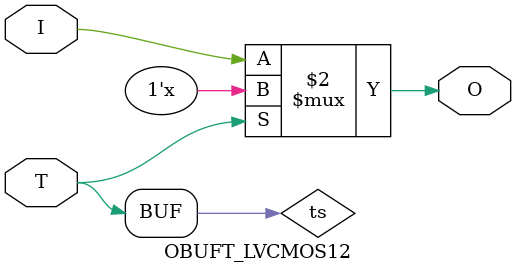
<source format=v>

/*

FUNCTION	: TRI-STATE OUTPUT BUFFER

*/

`celldefine
`timescale  100 ps / 10 ps

module OBUFT_LVCMOS12 (O, I, T);

    output O;

    input  I, T;

    or O1 (ts, 1'b0, T);
    bufif0 T1 (O, I, ts);

endmodule

</source>
